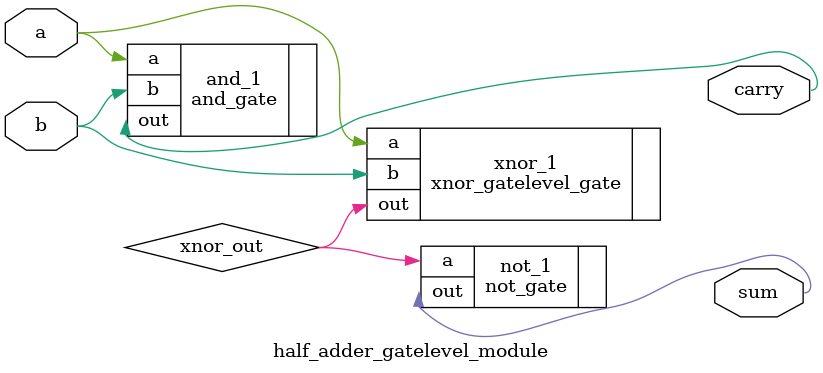
<source format=v>

module half_adder_gatelevel_module (a, b, sum, carry);
	input a, b;
	output sum, carry;
	wire xnor_out;
	
	xnor_gatelevel_gate xnor_1(.a(a), .b(b), .out(xnor_out));
	not_gate not_1(.a(xnor_out), .out(sum));
//	xor_gatelevel_gate xor_1(.a(a), .b(b), .out(sum));
	
	and_gate and_1(.a(a), .b(b), .out(carry));
	
endmodule
</source>
